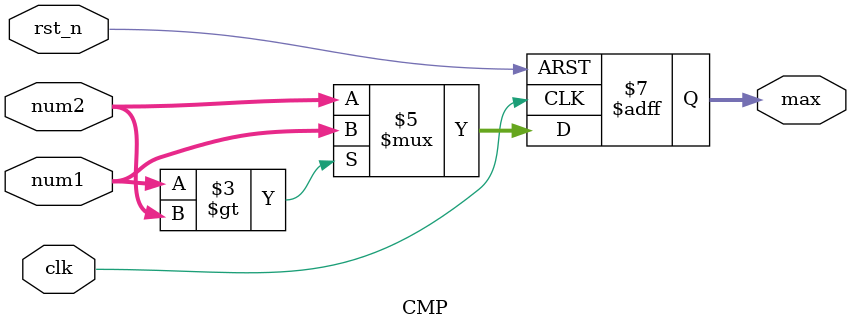
<source format=v>
`timescale 1ns / 1ps


module CMP #(
    parameter integer CMP_WIDTH = 16
)
(
    //==========input===============//
    clk,
    rst_n,
    num1,
    num2,
    //==========output===============//
    max
    );

input wire clk;
input wire rst_n;

input wire signed [CMP_WIDTH-1:0] num1;
input wire signed [CMP_WIDTH-1:0] num2;

output reg signed [CMP_WIDTH-1:0] max;

always @(posedge clk or negedge rst_n) begin
    if(~rst_n) begin
        max <= 'b0;
    end 
    else if (num1 > num2) begin
        max <= num1;  
    end
    else begin
        max <= num2;
    end
end

endmodule

</source>
